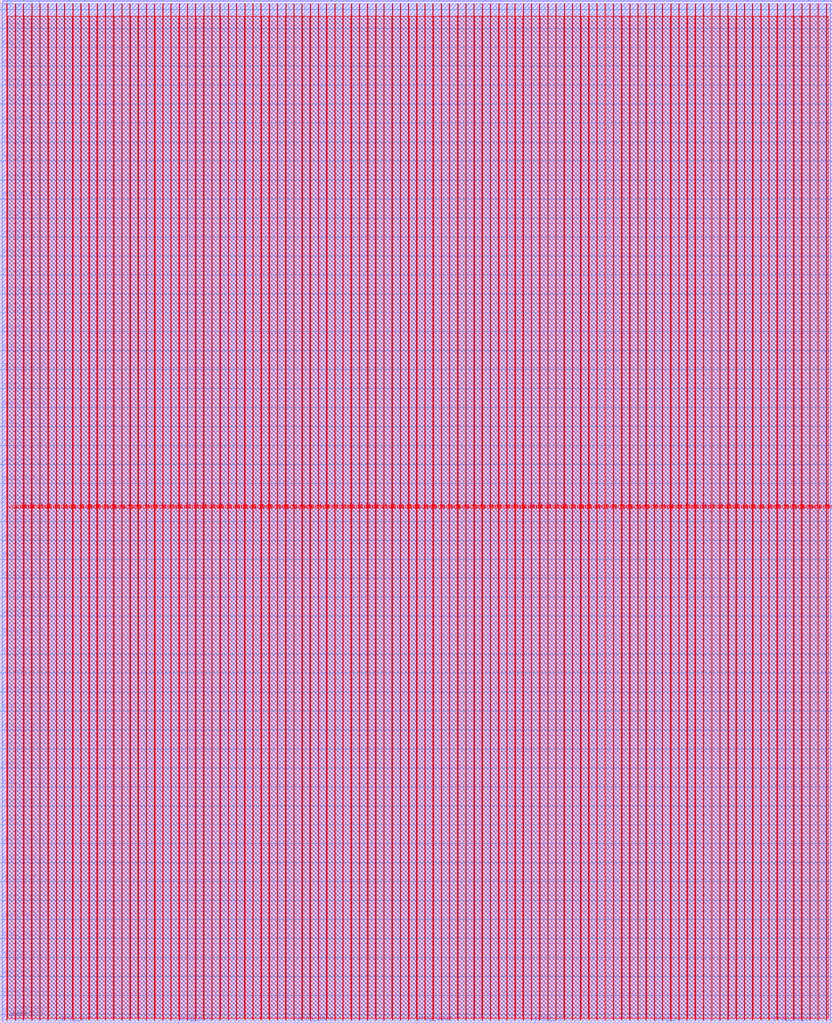
<source format=lef>
VERSION 5.7 ;
  NOWIREEXTENSIONATPIN ON ;
  DIVIDERCHAR "/" ;
  BUSBITCHARS "[]" ;
MACRO top
  CLASS BLOCK ;
  FOREIGN top ;
  ORIGIN 0.000 0.000 ;
  SIZE 2600.000 BY 3200.000 ;
  PIN ipin_x0y1_0
    DIRECTION INPUT ;
    USE SIGNAL ;
    PORT
      LAYER met3 ;
        RECT 0.000 29.280 4.000 29.880 ;
    END
  END ipin_x0y1_0
  PIN ipin_x0y1_1
    DIRECTION INPUT ;
    USE SIGNAL ;
    PORT
      LAYER met3 ;
        RECT 0.000 88.440 4.000 89.040 ;
    END
  END ipin_x0y1_1
  PIN ipin_x0y2_0
    DIRECTION INPUT ;
    USE SIGNAL ;
    PORT
      LAYER met3 ;
        RECT 0.000 147.600 4.000 148.200 ;
    END
  END ipin_x0y2_0
  PIN ipin_x0y2_1
    DIRECTION INPUT ;
    USE SIGNAL ;
    PORT
      LAYER met3 ;
        RECT 0.000 206.760 4.000 207.360 ;
    END
  END ipin_x0y2_1
  PIN ipin_x0y3_0
    DIRECTION INPUT ;
    USE SIGNAL ;
    PORT
      LAYER met3 ;
        RECT 0.000 265.920 4.000 266.520 ;
    END
  END ipin_x0y3_0
  PIN ipin_x0y3_1
    DIRECTION INPUT ;
    USE SIGNAL ;
    PORT
      LAYER met3 ;
        RECT 0.000 325.080 4.000 325.680 ;
    END
  END ipin_x0y3_1
  PIN ipin_x0y4_0
    DIRECTION INPUT ;
    USE SIGNAL ;
    PORT
      LAYER met3 ;
        RECT 0.000 384.240 4.000 384.840 ;
    END
  END ipin_x0y4_0
  PIN ipin_x0y4_1
    DIRECTION INPUT ;
    USE SIGNAL ;
    PORT
      LAYER met3 ;
        RECT 0.000 444.080 4.000 444.680 ;
    END
  END ipin_x0y4_1
  PIN ipin_x0y5_0
    DIRECTION INPUT ;
    USE SIGNAL ;
    PORT
      LAYER met3 ;
        RECT 0.000 503.240 4.000 503.840 ;
    END
  END ipin_x0y5_0
  PIN ipin_x0y5_1
    DIRECTION INPUT ;
    USE SIGNAL ;
    PORT
      LAYER met3 ;
        RECT 0.000 562.400 4.000 563.000 ;
    END
  END ipin_x0y5_1
  PIN ipin_x0y6_0
    DIRECTION INPUT ;
    USE SIGNAL ;
    PORT
      LAYER met3 ;
        RECT 0.000 621.560 4.000 622.160 ;
    END
  END ipin_x0y6_0
  PIN ipin_x0y6_1
    DIRECTION INPUT ;
    USE SIGNAL ;
    PORT
      LAYER met3 ;
        RECT 0.000 680.720 4.000 681.320 ;
    END
  END ipin_x0y6_1
  PIN ipin_x0y7_0
    DIRECTION INPUT ;
    USE SIGNAL ;
    PORT
      LAYER met3 ;
        RECT 0.000 739.880 4.000 740.480 ;
    END
  END ipin_x0y7_0
  PIN ipin_x0y7_1
    DIRECTION INPUT ;
    USE SIGNAL ;
    PORT
      LAYER met3 ;
        RECT 0.000 799.040 4.000 799.640 ;
    END
  END ipin_x0y7_1
  PIN ipin_x0y8_0
    DIRECTION INPUT ;
    USE SIGNAL ;
    PORT
      LAYER met3 ;
        RECT 0.000 858.880 4.000 859.480 ;
    END
  END ipin_x0y8_0
  PIN ipin_x0y8_1
    DIRECTION INPUT ;
    USE SIGNAL ;
    PORT
      LAYER met3 ;
        RECT 0.000 918.040 4.000 918.640 ;
    END
  END ipin_x0y8_1
  PIN ipin_x0y9_0
    DIRECTION INPUT ;
    USE SIGNAL ;
    PORT
      LAYER met3 ;
        RECT 0.000 977.200 4.000 977.800 ;
    END
  END ipin_x0y9_0
  PIN ipin_x0y9_1
    DIRECTION INPUT ;
    USE SIGNAL ;
    PORT
      LAYER met3 ;
        RECT 0.000 1036.360 4.000 1036.960 ;
    END
  END ipin_x0y9_1
  PIN ipin_x10y1_0
    DIRECTION INPUT ;
    USE SIGNAL ;
    PORT
      LAYER met3 ;
        RECT 2596.000 29.280 2600.000 29.880 ;
    END
  END ipin_x10y1_0
  PIN ipin_x10y1_1
    DIRECTION INPUT ;
    USE SIGNAL ;
    PORT
      LAYER met3 ;
        RECT 2596.000 88.440 2600.000 89.040 ;
    END
  END ipin_x10y1_1
  PIN ipin_x10y2_0
    DIRECTION INPUT ;
    USE SIGNAL ;
    PORT
      LAYER met3 ;
        RECT 2596.000 147.600 2600.000 148.200 ;
    END
  END ipin_x10y2_0
  PIN ipin_x10y2_1
    DIRECTION INPUT ;
    USE SIGNAL ;
    PORT
      LAYER met3 ;
        RECT 2596.000 206.760 2600.000 207.360 ;
    END
  END ipin_x10y2_1
  PIN ipin_x10y3_0
    DIRECTION INPUT ;
    USE SIGNAL ;
    PORT
      LAYER met3 ;
        RECT 2596.000 265.920 2600.000 266.520 ;
    END
  END ipin_x10y3_0
  PIN ipin_x10y3_1
    DIRECTION INPUT ;
    USE SIGNAL ;
    PORT
      LAYER met3 ;
        RECT 2596.000 325.080 2600.000 325.680 ;
    END
  END ipin_x10y3_1
  PIN ipin_x10y4_0
    DIRECTION INPUT ;
    USE SIGNAL ;
    PORT
      LAYER met3 ;
        RECT 2596.000 384.240 2600.000 384.840 ;
    END
  END ipin_x10y4_0
  PIN ipin_x10y4_1
    DIRECTION INPUT ;
    USE SIGNAL ;
    PORT
      LAYER met3 ;
        RECT 2596.000 444.080 2600.000 444.680 ;
    END
  END ipin_x10y4_1
  PIN ipin_x10y5_0
    DIRECTION INPUT ;
    USE SIGNAL ;
    PORT
      LAYER met3 ;
        RECT 2596.000 503.240 2600.000 503.840 ;
    END
  END ipin_x10y5_0
  PIN ipin_x10y5_1
    DIRECTION INPUT ;
    USE SIGNAL ;
    PORT
      LAYER met3 ;
        RECT 2596.000 562.400 2600.000 563.000 ;
    END
  END ipin_x10y5_1
  PIN ipin_x10y6_0
    DIRECTION INPUT ;
    USE SIGNAL ;
    PORT
      LAYER met3 ;
        RECT 2596.000 621.560 2600.000 622.160 ;
    END
  END ipin_x10y6_0
  PIN ipin_x10y6_1
    DIRECTION INPUT ;
    USE SIGNAL ;
    PORT
      LAYER met3 ;
        RECT 2596.000 680.720 2600.000 681.320 ;
    END
  END ipin_x10y6_1
  PIN ipin_x10y7_0
    DIRECTION INPUT ;
    USE SIGNAL ;
    PORT
      LAYER met3 ;
        RECT 2596.000 739.880 2600.000 740.480 ;
    END
  END ipin_x10y7_0
  PIN ipin_x10y7_1
    DIRECTION INPUT ;
    USE SIGNAL ;
    PORT
      LAYER met3 ;
        RECT 2596.000 799.040 2600.000 799.640 ;
    END
  END ipin_x10y7_1
  PIN ipin_x10y8_0
    DIRECTION INPUT ;
    USE SIGNAL ;
    PORT
      LAYER met3 ;
        RECT 2596.000 858.880 2600.000 859.480 ;
    END
  END ipin_x10y8_0
  PIN ipin_x10y8_1
    DIRECTION INPUT ;
    USE SIGNAL ;
    PORT
      LAYER met3 ;
        RECT 2596.000 918.040 2600.000 918.640 ;
    END
  END ipin_x10y8_1
  PIN ipin_x10y9_0
    DIRECTION INPUT ;
    USE SIGNAL ;
    PORT
      LAYER met3 ;
        RECT 2596.000 977.200 2600.000 977.800 ;
    END
  END ipin_x10y9_0
  PIN ipin_x10y9_1
    DIRECTION INPUT ;
    USE SIGNAL ;
    PORT
      LAYER met3 ;
        RECT 2596.000 1036.360 2600.000 1036.960 ;
    END
  END ipin_x10y9_1
  PIN ipin_x1y10_0
    DIRECTION INPUT ;
    USE SIGNAL ;
    PORT
      LAYER met2 ;
        RECT 24.010 3196.000 24.290 3200.000 ;
    END
  END ipin_x1y10_0
  PIN ipin_x1y10_1
    DIRECTION INPUT ;
    USE SIGNAL ;
    PORT
      LAYER met2 ;
        RECT 71.850 3196.000 72.130 3200.000 ;
    END
  END ipin_x1y10_1
  PIN ipin_x2y10_0
    DIRECTION INPUT ;
    USE SIGNAL ;
    PORT
      LAYER met2 ;
        RECT 120.150 3196.000 120.430 3200.000 ;
    END
  END ipin_x2y10_0
  PIN ipin_x2y10_1
    DIRECTION INPUT ;
    USE SIGNAL ;
    PORT
      LAYER met2 ;
        RECT 168.450 3196.000 168.730 3200.000 ;
    END
  END ipin_x2y10_1
  PIN ipin_x3y10_0
    DIRECTION INPUT ;
    USE SIGNAL ;
    PORT
      LAYER met2 ;
        RECT 216.290 3196.000 216.570 3200.000 ;
    END
  END ipin_x3y10_0
  PIN ipin_x3y10_1
    DIRECTION INPUT ;
    USE SIGNAL ;
    PORT
      LAYER met2 ;
        RECT 264.590 3196.000 264.870 3200.000 ;
    END
  END ipin_x3y10_1
  PIN ipin_x4y10_0
    DIRECTION INPUT ;
    USE SIGNAL ;
    PORT
      LAYER met2 ;
        RECT 312.890 3196.000 313.170 3200.000 ;
    END
  END ipin_x4y10_0
  PIN ipin_x4y10_1
    DIRECTION INPUT ;
    USE SIGNAL ;
    PORT
      LAYER met2 ;
        RECT 360.730 3196.000 361.010 3200.000 ;
    END
  END ipin_x4y10_1
  PIN ipin_x5y10_0
    DIRECTION INPUT ;
    USE SIGNAL ;
    PORT
      LAYER met2 ;
        RECT 409.030 3196.000 409.310 3200.000 ;
    END
  END ipin_x5y10_0
  PIN ipin_x5y10_1
    DIRECTION INPUT ;
    USE SIGNAL ;
    PORT
      LAYER met2 ;
        RECT 457.330 3196.000 457.610 3200.000 ;
    END
  END ipin_x5y10_1
  PIN ipin_x6y10_0
    DIRECTION INPUT ;
    USE SIGNAL ;
    PORT
      LAYER met2 ;
        RECT 505.170 3196.000 505.450 3200.000 ;
    END
  END ipin_x6y10_0
  PIN ipin_x6y10_1
    DIRECTION INPUT ;
    USE SIGNAL ;
    PORT
      LAYER met2 ;
        RECT 553.470 3196.000 553.750 3200.000 ;
    END
  END ipin_x6y10_1
  PIN ipin_x7y10_0
    DIRECTION INPUT ;
    USE SIGNAL ;
    PORT
      LAYER met2 ;
        RECT 601.770 3196.000 602.050 3200.000 ;
    END
  END ipin_x7y10_0
  PIN ipin_x7y10_1
    DIRECTION INPUT ;
    USE SIGNAL ;
    PORT
      LAYER met2 ;
        RECT 649.610 3196.000 649.890 3200.000 ;
    END
  END ipin_x7y10_1
  PIN ipin_x8y10_0
    DIRECTION INPUT ;
    USE SIGNAL ;
    PORT
      LAYER met2 ;
        RECT 697.910 3196.000 698.190 3200.000 ;
    END
  END ipin_x8y10_0
  PIN ipin_x8y10_1
    DIRECTION INPUT ;
    USE SIGNAL ;
    PORT
      LAYER met2 ;
        RECT 746.210 3196.000 746.490 3200.000 ;
    END
  END ipin_x8y10_1
  PIN ipin_x9y10_0
    DIRECTION INPUT ;
    USE SIGNAL ;
    PORT
      LAYER met2 ;
        RECT 794.050 3196.000 794.330 3200.000 ;
    END
  END ipin_x9y10_0
  PIN ipin_x9y10_1
    DIRECTION INPUT ;
    USE SIGNAL ;
    PORT
      LAYER met2 ;
        RECT 842.350 3196.000 842.630 3200.000 ;
    END
  END ipin_x9y10_1
  PIN oeb_x0y1_0
    DIRECTION OUTPUT TRISTATE ;
    USE SIGNAL ;
    PORT
      LAYER met3 ;
        RECT 0.000 2162.440 4.000 2163.040 ;
    END
  END oeb_x0y1_0
  PIN oeb_x0y1_1
    DIRECTION OUTPUT TRISTATE ;
    USE SIGNAL ;
    PORT
      LAYER met3 ;
        RECT 0.000 2221.600 4.000 2222.200 ;
    END
  END oeb_x0y1_1
  PIN oeb_x0y2_0
    DIRECTION OUTPUT TRISTATE ;
    USE SIGNAL ;
    PORT
      LAYER met3 ;
        RECT 0.000 2280.760 4.000 2281.360 ;
    END
  END oeb_x0y2_0
  PIN oeb_x0y2_1
    DIRECTION OUTPUT TRISTATE ;
    USE SIGNAL ;
    PORT
      LAYER met3 ;
        RECT 0.000 2339.920 4.000 2340.520 ;
    END
  END oeb_x0y2_1
  PIN oeb_x0y3_0
    DIRECTION OUTPUT TRISTATE ;
    USE SIGNAL ;
    PORT
      LAYER met3 ;
        RECT 0.000 2399.080 4.000 2399.680 ;
    END
  END oeb_x0y3_0
  PIN oeb_x0y3_1
    DIRECTION OUTPUT TRISTATE ;
    USE SIGNAL ;
    PORT
      LAYER met3 ;
        RECT 0.000 2458.920 4.000 2459.520 ;
    END
  END oeb_x0y3_1
  PIN oeb_x0y4_0
    DIRECTION OUTPUT TRISTATE ;
    USE SIGNAL ;
    PORT
      LAYER met3 ;
        RECT 0.000 2518.080 4.000 2518.680 ;
    END
  END oeb_x0y4_0
  PIN oeb_x0y4_1
    DIRECTION OUTPUT TRISTATE ;
    USE SIGNAL ;
    PORT
      LAYER met3 ;
        RECT 0.000 2577.240 4.000 2577.840 ;
    END
  END oeb_x0y4_1
  PIN oeb_x0y5_0
    DIRECTION OUTPUT TRISTATE ;
    USE SIGNAL ;
    PORT
      LAYER met3 ;
        RECT 0.000 2636.400 4.000 2637.000 ;
    END
  END oeb_x0y5_0
  PIN oeb_x0y5_1
    DIRECTION OUTPUT TRISTATE ;
    USE SIGNAL ;
    PORT
      LAYER met3 ;
        RECT 0.000 2695.560 4.000 2696.160 ;
    END
  END oeb_x0y5_1
  PIN oeb_x0y6_0
    DIRECTION OUTPUT TRISTATE ;
    USE SIGNAL ;
    PORT
      LAYER met3 ;
        RECT 0.000 2754.720 4.000 2755.320 ;
    END
  END oeb_x0y6_0
  PIN oeb_x0y6_1
    DIRECTION OUTPUT TRISTATE ;
    USE SIGNAL ;
    PORT
      LAYER met3 ;
        RECT 0.000 2813.880 4.000 2814.480 ;
    END
  END oeb_x0y6_1
  PIN oeb_x0y7_0
    DIRECTION OUTPUT TRISTATE ;
    USE SIGNAL ;
    PORT
      LAYER met3 ;
        RECT 0.000 2873.720 4.000 2874.320 ;
    END
  END oeb_x0y7_0
  PIN oeb_x0y7_1
    DIRECTION OUTPUT TRISTATE ;
    USE SIGNAL ;
    PORT
      LAYER met3 ;
        RECT 0.000 2932.880 4.000 2933.480 ;
    END
  END oeb_x0y7_1
  PIN oeb_x0y8_0
    DIRECTION OUTPUT TRISTATE ;
    USE SIGNAL ;
    PORT
      LAYER met3 ;
        RECT 0.000 2992.040 4.000 2992.640 ;
    END
  END oeb_x0y8_0
  PIN oeb_x0y8_1
    DIRECTION OUTPUT TRISTATE ;
    USE SIGNAL ;
    PORT
      LAYER met3 ;
        RECT 0.000 3051.200 4.000 3051.800 ;
    END
  END oeb_x0y8_1
  PIN oeb_x0y9_0
    DIRECTION OUTPUT TRISTATE ;
    USE SIGNAL ;
    PORT
      LAYER met3 ;
        RECT 0.000 3110.360 4.000 3110.960 ;
    END
  END oeb_x0y9_0
  PIN oeb_x0y9_1
    DIRECTION OUTPUT TRISTATE ;
    USE SIGNAL ;
    PORT
      LAYER met3 ;
        RECT 0.000 3169.520 4.000 3170.120 ;
    END
  END oeb_x0y9_1
  PIN oeb_x10y1_0
    DIRECTION OUTPUT TRISTATE ;
    USE SIGNAL ;
    PORT
      LAYER met3 ;
        RECT 2596.000 2162.440 2600.000 2163.040 ;
    END
  END oeb_x10y1_0
  PIN oeb_x10y1_1
    DIRECTION OUTPUT TRISTATE ;
    USE SIGNAL ;
    PORT
      LAYER met3 ;
        RECT 2596.000 2221.600 2600.000 2222.200 ;
    END
  END oeb_x10y1_1
  PIN oeb_x10y2_0
    DIRECTION OUTPUT TRISTATE ;
    USE SIGNAL ;
    PORT
      LAYER met3 ;
        RECT 2596.000 2280.760 2600.000 2281.360 ;
    END
  END oeb_x10y2_0
  PIN oeb_x10y2_1
    DIRECTION OUTPUT TRISTATE ;
    USE SIGNAL ;
    PORT
      LAYER met3 ;
        RECT 2596.000 2339.920 2600.000 2340.520 ;
    END
  END oeb_x10y2_1
  PIN oeb_x10y3_0
    DIRECTION OUTPUT TRISTATE ;
    USE SIGNAL ;
    PORT
      LAYER met3 ;
        RECT 2596.000 2399.080 2600.000 2399.680 ;
    END
  END oeb_x10y3_0
  PIN oeb_x10y3_1
    DIRECTION OUTPUT TRISTATE ;
    USE SIGNAL ;
    PORT
      LAYER met3 ;
        RECT 2596.000 2458.920 2600.000 2459.520 ;
    END
  END oeb_x10y3_1
  PIN oeb_x10y4_0
    DIRECTION OUTPUT TRISTATE ;
    USE SIGNAL ;
    PORT
      LAYER met3 ;
        RECT 2596.000 2518.080 2600.000 2518.680 ;
    END
  END oeb_x10y4_0
  PIN oeb_x10y4_1
    DIRECTION OUTPUT TRISTATE ;
    USE SIGNAL ;
    PORT
      LAYER met3 ;
        RECT 2596.000 2577.240 2600.000 2577.840 ;
    END
  END oeb_x10y4_1
  PIN oeb_x10y5_0
    DIRECTION OUTPUT TRISTATE ;
    USE SIGNAL ;
    PORT
      LAYER met3 ;
        RECT 2596.000 2636.400 2600.000 2637.000 ;
    END
  END oeb_x10y5_0
  PIN oeb_x10y5_1
    DIRECTION OUTPUT TRISTATE ;
    USE SIGNAL ;
    PORT
      LAYER met3 ;
        RECT 2596.000 2695.560 2600.000 2696.160 ;
    END
  END oeb_x10y5_1
  PIN oeb_x10y6_0
    DIRECTION OUTPUT TRISTATE ;
    USE SIGNAL ;
    PORT
      LAYER met3 ;
        RECT 2596.000 2754.720 2600.000 2755.320 ;
    END
  END oeb_x10y6_0
  PIN oeb_x10y6_1
    DIRECTION OUTPUT TRISTATE ;
    USE SIGNAL ;
    PORT
      LAYER met3 ;
        RECT 2596.000 2813.880 2600.000 2814.480 ;
    END
  END oeb_x10y6_1
  PIN oeb_x10y7_0
    DIRECTION OUTPUT TRISTATE ;
    USE SIGNAL ;
    PORT
      LAYER met3 ;
        RECT 2596.000 2873.720 2600.000 2874.320 ;
    END
  END oeb_x10y7_0
  PIN oeb_x10y7_1
    DIRECTION OUTPUT TRISTATE ;
    USE SIGNAL ;
    PORT
      LAYER met3 ;
        RECT 2596.000 2932.880 2600.000 2933.480 ;
    END
  END oeb_x10y7_1
  PIN oeb_x10y8_0
    DIRECTION OUTPUT TRISTATE ;
    USE SIGNAL ;
    PORT
      LAYER met3 ;
        RECT 2596.000 2992.040 2600.000 2992.640 ;
    END
  END oeb_x10y8_0
  PIN oeb_x10y8_1
    DIRECTION OUTPUT TRISTATE ;
    USE SIGNAL ;
    PORT
      LAYER met3 ;
        RECT 2596.000 3051.200 2600.000 3051.800 ;
    END
  END oeb_x10y8_1
  PIN oeb_x10y9_0
    DIRECTION OUTPUT TRISTATE ;
    USE SIGNAL ;
    PORT
      LAYER met3 ;
        RECT 2596.000 3110.360 2600.000 3110.960 ;
    END
  END oeb_x10y9_0
  PIN oeb_x10y9_1
    DIRECTION OUTPUT TRISTATE ;
    USE SIGNAL ;
    PORT
      LAYER met3 ;
        RECT 2596.000 3169.520 2600.000 3170.120 ;
    END
  END oeb_x10y9_1
  PIN oeb_x1y10_0
    DIRECTION OUTPUT TRISTATE ;
    USE SIGNAL ;
    PORT
      LAYER met2 ;
        RECT 1757.290 3196.000 1757.570 3200.000 ;
    END
  END oeb_x1y10_0
  PIN oeb_x1y10_1
    DIRECTION OUTPUT TRISTATE ;
    USE SIGNAL ;
    PORT
      LAYER met2 ;
        RECT 1805.130 3196.000 1805.410 3200.000 ;
    END
  END oeb_x1y10_1
  PIN oeb_x2y10_0
    DIRECTION OUTPUT TRISTATE ;
    USE SIGNAL ;
    PORT
      LAYER met2 ;
        RECT 1853.430 3196.000 1853.710 3200.000 ;
    END
  END oeb_x2y10_0
  PIN oeb_x2y10_1
    DIRECTION OUTPUT TRISTATE ;
    USE SIGNAL ;
    PORT
      LAYER met2 ;
        RECT 1901.730 3196.000 1902.010 3200.000 ;
    END
  END oeb_x2y10_1
  PIN oeb_x3y10_0
    DIRECTION OUTPUT TRISTATE ;
    USE SIGNAL ;
    PORT
      LAYER met2 ;
        RECT 1949.570 3196.000 1949.850 3200.000 ;
    END
  END oeb_x3y10_0
  PIN oeb_x3y10_1
    DIRECTION OUTPUT TRISTATE ;
    USE SIGNAL ;
    PORT
      LAYER met2 ;
        RECT 1997.870 3196.000 1998.150 3200.000 ;
    END
  END oeb_x3y10_1
  PIN oeb_x4y10_0
    DIRECTION OUTPUT TRISTATE ;
    USE SIGNAL ;
    PORT
      LAYER met2 ;
        RECT 2046.170 3196.000 2046.450 3200.000 ;
    END
  END oeb_x4y10_0
  PIN oeb_x4y10_1
    DIRECTION OUTPUT TRISTATE ;
    USE SIGNAL ;
    PORT
      LAYER met2 ;
        RECT 2094.010 3196.000 2094.290 3200.000 ;
    END
  END oeb_x4y10_1
  PIN oeb_x5y10_0
    DIRECTION OUTPUT TRISTATE ;
    USE SIGNAL ;
    PORT
      LAYER met2 ;
        RECT 2142.310 3196.000 2142.590 3200.000 ;
    END
  END oeb_x5y10_0
  PIN oeb_x5y10_1
    DIRECTION OUTPUT TRISTATE ;
    USE SIGNAL ;
    PORT
      LAYER met2 ;
        RECT 2190.610 3196.000 2190.890 3200.000 ;
    END
  END oeb_x5y10_1
  PIN oeb_x6y10_0
    DIRECTION OUTPUT TRISTATE ;
    USE SIGNAL ;
    PORT
      LAYER met2 ;
        RECT 2238.450 3196.000 2238.730 3200.000 ;
    END
  END oeb_x6y10_0
  PIN oeb_x6y10_1
    DIRECTION OUTPUT TRISTATE ;
    USE SIGNAL ;
    PORT
      LAYER met2 ;
        RECT 2286.750 3196.000 2287.030 3200.000 ;
    END
  END oeb_x6y10_1
  PIN oeb_x7y10_0
    DIRECTION OUTPUT TRISTATE ;
    USE SIGNAL ;
    PORT
      LAYER met2 ;
        RECT 2335.050 3196.000 2335.330 3200.000 ;
    END
  END oeb_x7y10_0
  PIN oeb_x7y10_1
    DIRECTION OUTPUT TRISTATE ;
    USE SIGNAL ;
    PORT
      LAYER met2 ;
        RECT 2382.890 3196.000 2383.170 3200.000 ;
    END
  END oeb_x7y10_1
  PIN oeb_x8y10_0
    DIRECTION OUTPUT TRISTATE ;
    USE SIGNAL ;
    PORT
      LAYER met2 ;
        RECT 2431.190 3196.000 2431.470 3200.000 ;
    END
  END oeb_x8y10_0
  PIN oeb_x8y10_1
    DIRECTION OUTPUT TRISTATE ;
    USE SIGNAL ;
    PORT
      LAYER met2 ;
        RECT 2479.490 3196.000 2479.770 3200.000 ;
    END
  END oeb_x8y10_1
  PIN oeb_x9y10_0
    DIRECTION OUTPUT TRISTATE ;
    USE SIGNAL ;
    PORT
      LAYER met2 ;
        RECT 2527.330 3196.000 2527.610 3200.000 ;
    END
  END oeb_x9y10_0
  PIN oeb_x9y10_1
    DIRECTION OUTPUT TRISTATE ;
    USE SIGNAL ;
    PORT
      LAYER met2 ;
        RECT 2575.630 3196.000 2575.910 3200.000 ;
    END
  END oeb_x9y10_1
  PIN opin_x0y1_0
    DIRECTION OUTPUT TRISTATE ;
    USE SIGNAL ;
    PORT
      LAYER met3 ;
        RECT 0.000 1095.520 4.000 1096.120 ;
    END
  END opin_x0y1_0
  PIN opin_x0y1_1
    DIRECTION OUTPUT TRISTATE ;
    USE SIGNAL ;
    PORT
      LAYER met3 ;
        RECT 0.000 1154.680 4.000 1155.280 ;
    END
  END opin_x0y1_1
  PIN opin_x0y2_0
    DIRECTION OUTPUT TRISTATE ;
    USE SIGNAL ;
    PORT
      LAYER met3 ;
        RECT 0.000 1213.840 4.000 1214.440 ;
    END
  END opin_x0y2_0
  PIN opin_x0y2_1
    DIRECTION OUTPUT TRISTATE ;
    USE SIGNAL ;
    PORT
      LAYER met3 ;
        RECT 0.000 1273.680 4.000 1274.280 ;
    END
  END opin_x0y2_1
  PIN opin_x0y3_0
    DIRECTION OUTPUT TRISTATE ;
    USE SIGNAL ;
    PORT
      LAYER met3 ;
        RECT 0.000 1332.840 4.000 1333.440 ;
    END
  END opin_x0y3_0
  PIN opin_x0y3_1
    DIRECTION OUTPUT TRISTATE ;
    USE SIGNAL ;
    PORT
      LAYER met3 ;
        RECT 0.000 1392.000 4.000 1392.600 ;
    END
  END opin_x0y3_1
  PIN opin_x0y4_0
    DIRECTION OUTPUT TRISTATE ;
    USE SIGNAL ;
    PORT
      LAYER met3 ;
        RECT 0.000 1451.160 4.000 1451.760 ;
    END
  END opin_x0y4_0
  PIN opin_x0y4_1
    DIRECTION OUTPUT TRISTATE ;
    USE SIGNAL ;
    PORT
      LAYER met3 ;
        RECT 0.000 1510.320 4.000 1510.920 ;
    END
  END opin_x0y4_1
  PIN opin_x0y5_0
    DIRECTION OUTPUT TRISTATE ;
    USE SIGNAL ;
    PORT
      LAYER met3 ;
        RECT 0.000 1569.480 4.000 1570.080 ;
    END
  END opin_x0y5_0
  PIN opin_x0y5_1
    DIRECTION OUTPUT TRISTATE ;
    USE SIGNAL ;
    PORT
      LAYER met3 ;
        RECT 0.000 1629.320 4.000 1629.920 ;
    END
  END opin_x0y5_1
  PIN opin_x0y6_0
    DIRECTION OUTPUT TRISTATE ;
    USE SIGNAL ;
    PORT
      LAYER met3 ;
        RECT 0.000 1688.480 4.000 1689.080 ;
    END
  END opin_x0y6_0
  PIN opin_x0y6_1
    DIRECTION OUTPUT TRISTATE ;
    USE SIGNAL ;
    PORT
      LAYER met3 ;
        RECT 0.000 1747.640 4.000 1748.240 ;
    END
  END opin_x0y6_1
  PIN opin_x0y7_0
    DIRECTION OUTPUT TRISTATE ;
    USE SIGNAL ;
    PORT
      LAYER met3 ;
        RECT 0.000 1806.800 4.000 1807.400 ;
    END
  END opin_x0y7_0
  PIN opin_x0y7_1
    DIRECTION OUTPUT TRISTATE ;
    USE SIGNAL ;
    PORT
      LAYER met3 ;
        RECT 0.000 1865.960 4.000 1866.560 ;
    END
  END opin_x0y7_1
  PIN opin_x0y8_0
    DIRECTION OUTPUT TRISTATE ;
    USE SIGNAL ;
    PORT
      LAYER met3 ;
        RECT 0.000 1925.120 4.000 1925.720 ;
    END
  END opin_x0y8_0
  PIN opin_x0y8_1
    DIRECTION OUTPUT TRISTATE ;
    USE SIGNAL ;
    PORT
      LAYER met3 ;
        RECT 0.000 1984.280 4.000 1984.880 ;
    END
  END opin_x0y8_1
  PIN opin_x0y9_0
    DIRECTION OUTPUT TRISTATE ;
    USE SIGNAL ;
    PORT
      LAYER met3 ;
        RECT 0.000 2044.120 4.000 2044.720 ;
    END
  END opin_x0y9_0
  PIN opin_x0y9_1
    DIRECTION OUTPUT TRISTATE ;
    USE SIGNAL ;
    PORT
      LAYER met3 ;
        RECT 0.000 2103.280 4.000 2103.880 ;
    END
  END opin_x0y9_1
  PIN opin_x10y1_0
    DIRECTION OUTPUT TRISTATE ;
    USE SIGNAL ;
    PORT
      LAYER met3 ;
        RECT 2596.000 1095.520 2600.000 1096.120 ;
    END
  END opin_x10y1_0
  PIN opin_x10y1_1
    DIRECTION OUTPUT TRISTATE ;
    USE SIGNAL ;
    PORT
      LAYER met3 ;
        RECT 2596.000 1154.680 2600.000 1155.280 ;
    END
  END opin_x10y1_1
  PIN opin_x10y2_0
    DIRECTION OUTPUT TRISTATE ;
    USE SIGNAL ;
    PORT
      LAYER met3 ;
        RECT 2596.000 1213.840 2600.000 1214.440 ;
    END
  END opin_x10y2_0
  PIN opin_x10y2_1
    DIRECTION OUTPUT TRISTATE ;
    USE SIGNAL ;
    PORT
      LAYER met3 ;
        RECT 2596.000 1273.680 2600.000 1274.280 ;
    END
  END opin_x10y2_1
  PIN opin_x10y3_0
    DIRECTION OUTPUT TRISTATE ;
    USE SIGNAL ;
    PORT
      LAYER met3 ;
        RECT 2596.000 1332.840 2600.000 1333.440 ;
    END
  END opin_x10y3_0
  PIN opin_x10y3_1
    DIRECTION OUTPUT TRISTATE ;
    USE SIGNAL ;
    PORT
      LAYER met3 ;
        RECT 2596.000 1392.000 2600.000 1392.600 ;
    END
  END opin_x10y3_1
  PIN opin_x10y4_0
    DIRECTION OUTPUT TRISTATE ;
    USE SIGNAL ;
    PORT
      LAYER met3 ;
        RECT 2596.000 1451.160 2600.000 1451.760 ;
    END
  END opin_x10y4_0
  PIN opin_x10y4_1
    DIRECTION OUTPUT TRISTATE ;
    USE SIGNAL ;
    PORT
      LAYER met3 ;
        RECT 2596.000 1510.320 2600.000 1510.920 ;
    END
  END opin_x10y4_1
  PIN opin_x10y5_0
    DIRECTION OUTPUT TRISTATE ;
    USE SIGNAL ;
    PORT
      LAYER met3 ;
        RECT 2596.000 1569.480 2600.000 1570.080 ;
    END
  END opin_x10y5_0
  PIN opin_x10y5_1
    DIRECTION OUTPUT TRISTATE ;
    USE SIGNAL ;
    PORT
      LAYER met3 ;
        RECT 2596.000 1629.320 2600.000 1629.920 ;
    END
  END opin_x10y5_1
  PIN opin_x10y6_0
    DIRECTION OUTPUT TRISTATE ;
    USE SIGNAL ;
    PORT
      LAYER met3 ;
        RECT 2596.000 1688.480 2600.000 1689.080 ;
    END
  END opin_x10y6_0
  PIN opin_x10y6_1
    DIRECTION OUTPUT TRISTATE ;
    USE SIGNAL ;
    PORT
      LAYER met3 ;
        RECT 2596.000 1747.640 2600.000 1748.240 ;
    END
  END opin_x10y6_1
  PIN opin_x10y7_0
    DIRECTION OUTPUT TRISTATE ;
    USE SIGNAL ;
    PORT
      LAYER met3 ;
        RECT 2596.000 1806.800 2600.000 1807.400 ;
    END
  END opin_x10y7_0
  PIN opin_x10y7_1
    DIRECTION OUTPUT TRISTATE ;
    USE SIGNAL ;
    PORT
      LAYER met3 ;
        RECT 2596.000 1865.960 2600.000 1866.560 ;
    END
  END opin_x10y7_1
  PIN opin_x10y8_0
    DIRECTION OUTPUT TRISTATE ;
    USE SIGNAL ;
    PORT
      LAYER met3 ;
        RECT 2596.000 1925.120 2600.000 1925.720 ;
    END
  END opin_x10y8_0
  PIN opin_x10y8_1
    DIRECTION OUTPUT TRISTATE ;
    USE SIGNAL ;
    PORT
      LAYER met3 ;
        RECT 2596.000 1984.280 2600.000 1984.880 ;
    END
  END opin_x10y8_1
  PIN opin_x10y9_0
    DIRECTION OUTPUT TRISTATE ;
    USE SIGNAL ;
    PORT
      LAYER met3 ;
        RECT 2596.000 2044.120 2600.000 2044.720 ;
    END
  END opin_x10y9_0
  PIN opin_x10y9_1
    DIRECTION OUTPUT TRISTATE ;
    USE SIGNAL ;
    PORT
      LAYER met3 ;
        RECT 2596.000 2103.280 2600.000 2103.880 ;
    END
  END opin_x10y9_1
  PIN opin_x1y10_0
    DIRECTION OUTPUT TRISTATE ;
    USE SIGNAL ;
    PORT
      LAYER met2 ;
        RECT 890.650 3196.000 890.930 3200.000 ;
    END
  END opin_x1y10_0
  PIN opin_x1y10_1
    DIRECTION OUTPUT TRISTATE ;
    USE SIGNAL ;
    PORT
      LAYER met2 ;
        RECT 938.490 3196.000 938.770 3200.000 ;
    END
  END opin_x1y10_1
  PIN opin_x2y10_0
    DIRECTION OUTPUT TRISTATE ;
    USE SIGNAL ;
    PORT
      LAYER met2 ;
        RECT 986.790 3196.000 987.070 3200.000 ;
    END
  END opin_x2y10_0
  PIN opin_x2y10_1
    DIRECTION OUTPUT TRISTATE ;
    USE SIGNAL ;
    PORT
      LAYER met2 ;
        RECT 1035.090 3196.000 1035.370 3200.000 ;
    END
  END opin_x2y10_1
  PIN opin_x3y10_0
    DIRECTION OUTPUT TRISTATE ;
    USE SIGNAL ;
    PORT
      LAYER met2 ;
        RECT 1082.930 3196.000 1083.210 3200.000 ;
    END
  END opin_x3y10_0
  PIN opin_x3y10_1
    DIRECTION OUTPUT TRISTATE ;
    USE SIGNAL ;
    PORT
      LAYER met2 ;
        RECT 1131.230 3196.000 1131.510 3200.000 ;
    END
  END opin_x3y10_1
  PIN opin_x4y10_0
    DIRECTION OUTPUT TRISTATE ;
    USE SIGNAL ;
    PORT
      LAYER met2 ;
        RECT 1179.530 3196.000 1179.810 3200.000 ;
    END
  END opin_x4y10_0
  PIN opin_x4y10_1
    DIRECTION OUTPUT TRISTATE ;
    USE SIGNAL ;
    PORT
      LAYER met2 ;
        RECT 1227.370 3196.000 1227.650 3200.000 ;
    END
  END opin_x4y10_1
  PIN opin_x5y10_0
    DIRECTION OUTPUT TRISTATE ;
    USE SIGNAL ;
    PORT
      LAYER met2 ;
        RECT 1275.670 3196.000 1275.950 3200.000 ;
    END
  END opin_x5y10_0
  PIN opin_x5y10_1
    DIRECTION OUTPUT TRISTATE ;
    USE SIGNAL ;
    PORT
      LAYER met2 ;
        RECT 1323.970 3196.000 1324.250 3200.000 ;
    END
  END opin_x5y10_1
  PIN opin_x6y10_0
    DIRECTION OUTPUT TRISTATE ;
    USE SIGNAL ;
    PORT
      LAYER met2 ;
        RECT 1371.810 3196.000 1372.090 3200.000 ;
    END
  END opin_x6y10_0
  PIN opin_x6y10_1
    DIRECTION OUTPUT TRISTATE ;
    USE SIGNAL ;
    PORT
      LAYER met2 ;
        RECT 1420.110 3196.000 1420.390 3200.000 ;
    END
  END opin_x6y10_1
  PIN opin_x7y10_0
    DIRECTION OUTPUT TRISTATE ;
    USE SIGNAL ;
    PORT
      LAYER met2 ;
        RECT 1468.410 3196.000 1468.690 3200.000 ;
    END
  END opin_x7y10_0
  PIN opin_x7y10_1
    DIRECTION OUTPUT TRISTATE ;
    USE SIGNAL ;
    PORT
      LAYER met2 ;
        RECT 1516.250 3196.000 1516.530 3200.000 ;
    END
  END opin_x7y10_1
  PIN opin_x8y10_0
    DIRECTION OUTPUT TRISTATE ;
    USE SIGNAL ;
    PORT
      LAYER met2 ;
        RECT 1564.550 3196.000 1564.830 3200.000 ;
    END
  END opin_x8y10_0
  PIN opin_x8y10_1
    DIRECTION OUTPUT TRISTATE ;
    USE SIGNAL ;
    PORT
      LAYER met2 ;
        RECT 1612.850 3196.000 1613.130 3200.000 ;
    END
  END opin_x8y10_1
  PIN opin_x9y10_0
    DIRECTION OUTPUT TRISTATE ;
    USE SIGNAL ;
    PORT
      LAYER met2 ;
        RECT 1660.690 3196.000 1660.970 3200.000 ;
    END
  END opin_x9y10_0
  PIN opin_x9y10_1
    DIRECTION OUTPUT TRISTATE ;
    USE SIGNAL ;
    PORT
      LAYER met2 ;
        RECT 1708.990 3196.000 1709.270 3200.000 ;
    END
  END opin_x9y10_1
  PIN prog_clk
    DIRECTION INPUT ;
    USE SIGNAL ;
    PORT
      LAYER met2 ;
        RECT 185.470 0.000 185.750 4.000 ;
    END
  END prog_clk
  PIN prog_din
    DIRECTION INPUT ;
    USE SIGNAL ;
    PORT
      LAYER met2 ;
        RECT 556.690 0.000 556.970 4.000 ;
    END
  END prog_din
  PIN prog_done
    DIRECTION INPUT ;
    USE SIGNAL ;
    PORT
      LAYER met2 ;
        RECT 927.910 0.000 928.190 4.000 ;
    END
  END prog_done
  PIN prog_dout
    DIRECTION OUTPUT TRISTATE ;
    USE SIGNAL ;
    PORT
      LAYER met2 ;
        RECT 1299.590 0.000 1299.870 4.000 ;
    END
  END prog_dout
  PIN prog_rst
    DIRECTION INPUT ;
    USE SIGNAL ;
    PORT
      LAYER met2 ;
        RECT 1670.810 0.000 1671.090 4.000 ;
    END
  END prog_rst
  PIN prog_we
    DIRECTION INPUT ;
    USE SIGNAL ;
    PORT
      LAYER met2 ;
        RECT 2042.490 0.000 2042.770 4.000 ;
    END
  END prog_we
  PIN prog_we_o
    DIRECTION OUTPUT TRISTATE ;
    USE SIGNAL ;
    PORT
      LAYER met2 ;
        RECT 2413.710 0.000 2413.990 4.000 ;
    END
  END prog_we_o
  PIN vccd1
    DIRECTION INPUT ;
    USE POWER ;
    PORT
      LAYER met4 ;
        RECT 21.040 10.640 22.640 3188.080 ;
    END
    PORT
      LAYER met4 ;
        RECT 72.240 10.640 73.840 3188.080 ;
    END
    PORT
      LAYER met4 ;
        RECT 123.440 10.640 125.040 3188.080 ;
    END
    PORT
      LAYER met4 ;
        RECT 174.640 10.640 176.240 3188.080 ;
    END
    PORT
      LAYER met4 ;
        RECT 225.840 10.640 227.440 3188.080 ;
    END
    PORT
      LAYER met4 ;
        RECT 277.040 10.640 278.640 3188.080 ;
    END
    PORT
      LAYER met4 ;
        RECT 328.240 10.640 329.840 3188.080 ;
    END
    PORT
      LAYER met4 ;
        RECT 379.440 10.640 381.040 3188.080 ;
    END
    PORT
      LAYER met4 ;
        RECT 430.640 10.640 432.240 3188.080 ;
    END
    PORT
      LAYER met4 ;
        RECT 481.840 10.640 483.440 3188.080 ;
    END
    PORT
      LAYER met4 ;
        RECT 533.040 10.640 534.640 3188.080 ;
    END
    PORT
      LAYER met4 ;
        RECT 584.240 10.640 585.840 3188.080 ;
    END
    PORT
      LAYER met4 ;
        RECT 635.440 10.640 637.040 3188.080 ;
    END
    PORT
      LAYER met4 ;
        RECT 686.640 10.640 688.240 3188.080 ;
    END
    PORT
      LAYER met4 ;
        RECT 737.840 10.640 739.440 3188.080 ;
    END
    PORT
      LAYER met4 ;
        RECT 789.040 10.640 790.640 3188.080 ;
    END
    PORT
      LAYER met4 ;
        RECT 840.240 10.640 841.840 3188.080 ;
    END
    PORT
      LAYER met4 ;
        RECT 891.440 10.640 893.040 3188.080 ;
    END
    PORT
      LAYER met4 ;
        RECT 942.640 10.640 944.240 3188.080 ;
    END
    PORT
      LAYER met4 ;
        RECT 993.840 10.640 995.440 3188.080 ;
    END
    PORT
      LAYER met4 ;
        RECT 1045.040 10.640 1046.640 3188.080 ;
    END
    PORT
      LAYER met4 ;
        RECT 1096.240 10.640 1097.840 3188.080 ;
    END
    PORT
      LAYER met4 ;
        RECT 1147.440 10.640 1149.040 3188.080 ;
    END
    PORT
      LAYER met4 ;
        RECT 1198.640 10.640 1200.240 3188.080 ;
    END
    PORT
      LAYER met4 ;
        RECT 1249.840 10.640 1251.440 3188.080 ;
    END
    PORT
      LAYER met4 ;
        RECT 1301.040 10.640 1302.640 3188.080 ;
    END
    PORT
      LAYER met4 ;
        RECT 1352.240 10.640 1353.840 3188.080 ;
    END
    PORT
      LAYER met4 ;
        RECT 1403.440 10.640 1405.040 3188.080 ;
    END
    PORT
      LAYER met4 ;
        RECT 1454.640 10.640 1456.240 3188.080 ;
    END
    PORT
      LAYER met4 ;
        RECT 1505.840 10.640 1507.440 3188.080 ;
    END
    PORT
      LAYER met4 ;
        RECT 1557.040 10.640 1558.640 3188.080 ;
    END
    PORT
      LAYER met4 ;
        RECT 1608.240 10.640 1609.840 3188.080 ;
    END
    PORT
      LAYER met4 ;
        RECT 1659.440 10.640 1661.040 3188.080 ;
    END
    PORT
      LAYER met4 ;
        RECT 1710.640 10.640 1712.240 3188.080 ;
    END
    PORT
      LAYER met4 ;
        RECT 1761.840 10.640 1763.440 3188.080 ;
    END
    PORT
      LAYER met4 ;
        RECT 1813.040 10.640 1814.640 3188.080 ;
    END
    PORT
      LAYER met4 ;
        RECT 1864.240 10.640 1865.840 3188.080 ;
    END
    PORT
      LAYER met4 ;
        RECT 1915.440 10.640 1917.040 3188.080 ;
    END
    PORT
      LAYER met4 ;
        RECT 1966.640 10.640 1968.240 3188.080 ;
    END
    PORT
      LAYER met4 ;
        RECT 2017.840 10.640 2019.440 3188.080 ;
    END
    PORT
      LAYER met4 ;
        RECT 2069.040 10.640 2070.640 3188.080 ;
    END
    PORT
      LAYER met4 ;
        RECT 2120.240 10.640 2121.840 3188.080 ;
    END
    PORT
      LAYER met4 ;
        RECT 2171.440 10.640 2173.040 3188.080 ;
    END
    PORT
      LAYER met4 ;
        RECT 2222.640 10.640 2224.240 3188.080 ;
    END
    PORT
      LAYER met4 ;
        RECT 2273.840 10.640 2275.440 3188.080 ;
    END
    PORT
      LAYER met4 ;
        RECT 2325.040 10.640 2326.640 3188.080 ;
    END
    PORT
      LAYER met4 ;
        RECT 2376.240 10.640 2377.840 3188.080 ;
    END
    PORT
      LAYER met4 ;
        RECT 2427.440 10.640 2429.040 3188.080 ;
    END
    PORT
      LAYER met4 ;
        RECT 2478.640 10.640 2480.240 3188.080 ;
    END
    PORT
      LAYER met4 ;
        RECT 2529.840 10.640 2531.440 3188.080 ;
    END
    PORT
      LAYER met4 ;
        RECT 2581.040 10.640 2582.640 3188.080 ;
    END
  END vccd1
  PIN vssd1
    DIRECTION INPUT ;
    USE GROUND ;
    PORT
      LAYER met4 ;
        RECT 46.640 10.640 48.240 3188.080 ;
    END
    PORT
      LAYER met4 ;
        RECT 97.840 10.640 99.440 3188.080 ;
    END
    PORT
      LAYER met4 ;
        RECT 149.040 10.640 150.640 3188.080 ;
    END
    PORT
      LAYER met4 ;
        RECT 200.240 10.640 201.840 3188.080 ;
    END
    PORT
      LAYER met4 ;
        RECT 251.440 10.640 253.040 3188.080 ;
    END
    PORT
      LAYER met4 ;
        RECT 302.640 10.640 304.240 3188.080 ;
    END
    PORT
      LAYER met4 ;
        RECT 353.840 10.640 355.440 3188.080 ;
    END
    PORT
      LAYER met4 ;
        RECT 405.040 10.640 406.640 3188.080 ;
    END
    PORT
      LAYER met4 ;
        RECT 456.240 10.640 457.840 3188.080 ;
    END
    PORT
      LAYER met4 ;
        RECT 507.440 10.640 509.040 3188.080 ;
    END
    PORT
      LAYER met4 ;
        RECT 558.640 10.640 560.240 3188.080 ;
    END
    PORT
      LAYER met4 ;
        RECT 609.840 10.640 611.440 3188.080 ;
    END
    PORT
      LAYER met4 ;
        RECT 661.040 10.640 662.640 3188.080 ;
    END
    PORT
      LAYER met4 ;
        RECT 712.240 10.640 713.840 3188.080 ;
    END
    PORT
      LAYER met4 ;
        RECT 763.440 10.640 765.040 3188.080 ;
    END
    PORT
      LAYER met4 ;
        RECT 814.640 10.640 816.240 3188.080 ;
    END
    PORT
      LAYER met4 ;
        RECT 865.840 10.640 867.440 3188.080 ;
    END
    PORT
      LAYER met4 ;
        RECT 917.040 10.640 918.640 3188.080 ;
    END
    PORT
      LAYER met4 ;
        RECT 968.240 10.640 969.840 3188.080 ;
    END
    PORT
      LAYER met4 ;
        RECT 1019.440 10.640 1021.040 3188.080 ;
    END
    PORT
      LAYER met4 ;
        RECT 1070.640 10.640 1072.240 3188.080 ;
    END
    PORT
      LAYER met4 ;
        RECT 1121.840 10.640 1123.440 3188.080 ;
    END
    PORT
      LAYER met4 ;
        RECT 1173.040 10.640 1174.640 3188.080 ;
    END
    PORT
      LAYER met4 ;
        RECT 1224.240 10.640 1225.840 3188.080 ;
    END
    PORT
      LAYER met4 ;
        RECT 1275.440 10.640 1277.040 3188.080 ;
    END
    PORT
      LAYER met4 ;
        RECT 1326.640 10.640 1328.240 3188.080 ;
    END
    PORT
      LAYER met4 ;
        RECT 1377.840 10.640 1379.440 3188.080 ;
    END
    PORT
      LAYER met4 ;
        RECT 1429.040 10.640 1430.640 3188.080 ;
    END
    PORT
      LAYER met4 ;
        RECT 1480.240 10.640 1481.840 3188.080 ;
    END
    PORT
      LAYER met4 ;
        RECT 1531.440 10.640 1533.040 3188.080 ;
    END
    PORT
      LAYER met4 ;
        RECT 1582.640 10.640 1584.240 3188.080 ;
    END
    PORT
      LAYER met4 ;
        RECT 1633.840 10.640 1635.440 3188.080 ;
    END
    PORT
      LAYER met4 ;
        RECT 1685.040 10.640 1686.640 3188.080 ;
    END
    PORT
      LAYER met4 ;
        RECT 1736.240 10.640 1737.840 3188.080 ;
    END
    PORT
      LAYER met4 ;
        RECT 1787.440 10.640 1789.040 3188.080 ;
    END
    PORT
      LAYER met4 ;
        RECT 1838.640 10.640 1840.240 3188.080 ;
    END
    PORT
      LAYER met4 ;
        RECT 1889.840 10.640 1891.440 3188.080 ;
    END
    PORT
      LAYER met4 ;
        RECT 1941.040 10.640 1942.640 3188.080 ;
    END
    PORT
      LAYER met4 ;
        RECT 1992.240 10.640 1993.840 3188.080 ;
    END
    PORT
      LAYER met4 ;
        RECT 2043.440 10.640 2045.040 3188.080 ;
    END
    PORT
      LAYER met4 ;
        RECT 2094.640 10.640 2096.240 3188.080 ;
    END
    PORT
      LAYER met4 ;
        RECT 2145.840 10.640 2147.440 3188.080 ;
    END
    PORT
      LAYER met4 ;
        RECT 2197.040 10.640 2198.640 3188.080 ;
    END
    PORT
      LAYER met4 ;
        RECT 2248.240 10.640 2249.840 3188.080 ;
    END
    PORT
      LAYER met4 ;
        RECT 2299.440 10.640 2301.040 3188.080 ;
    END
    PORT
      LAYER met4 ;
        RECT 2350.640 10.640 2352.240 3188.080 ;
    END
    PORT
      LAYER met4 ;
        RECT 2401.840 10.640 2403.440 3188.080 ;
    END
    PORT
      LAYER met4 ;
        RECT 2453.040 10.640 2454.640 3188.080 ;
    END
    PORT
      LAYER met4 ;
        RECT 2504.240 10.640 2505.840 3188.080 ;
    END
    PORT
      LAYER met4 ;
        RECT 2555.440 10.640 2557.040 3188.080 ;
    END
  END vssd1
  OBS
      LAYER li1 ;
        RECT 5.520 10.795 2594.400 3187.925 ;
      LAYER met1 ;
        RECT 5.520 10.640 2599.850 3188.080 ;
      LAYER met2 ;
        RECT 6.080 3195.720 23.730 3196.410 ;
        RECT 24.570 3195.720 71.570 3196.410 ;
        RECT 72.410 3195.720 119.870 3196.410 ;
        RECT 120.710 3195.720 168.170 3196.410 ;
        RECT 169.010 3195.720 216.010 3196.410 ;
        RECT 216.850 3195.720 264.310 3196.410 ;
        RECT 265.150 3195.720 312.610 3196.410 ;
        RECT 313.450 3195.720 360.450 3196.410 ;
        RECT 361.290 3195.720 408.750 3196.410 ;
        RECT 409.590 3195.720 457.050 3196.410 ;
        RECT 457.890 3195.720 504.890 3196.410 ;
        RECT 505.730 3195.720 553.190 3196.410 ;
        RECT 554.030 3195.720 601.490 3196.410 ;
        RECT 602.330 3195.720 649.330 3196.410 ;
        RECT 650.170 3195.720 697.630 3196.410 ;
        RECT 698.470 3195.720 745.930 3196.410 ;
        RECT 746.770 3195.720 793.770 3196.410 ;
        RECT 794.610 3195.720 842.070 3196.410 ;
        RECT 842.910 3195.720 890.370 3196.410 ;
        RECT 891.210 3195.720 938.210 3196.410 ;
        RECT 939.050 3195.720 986.510 3196.410 ;
        RECT 987.350 3195.720 1034.810 3196.410 ;
        RECT 1035.650 3195.720 1082.650 3196.410 ;
        RECT 1083.490 3195.720 1130.950 3196.410 ;
        RECT 1131.790 3195.720 1179.250 3196.410 ;
        RECT 1180.090 3195.720 1227.090 3196.410 ;
        RECT 1227.930 3195.720 1275.390 3196.410 ;
        RECT 1276.230 3195.720 1323.690 3196.410 ;
        RECT 1324.530 3195.720 1371.530 3196.410 ;
        RECT 1372.370 3195.720 1419.830 3196.410 ;
        RECT 1420.670 3195.720 1468.130 3196.410 ;
        RECT 1468.970 3195.720 1515.970 3196.410 ;
        RECT 1516.810 3195.720 1564.270 3196.410 ;
        RECT 1565.110 3195.720 1612.570 3196.410 ;
        RECT 1613.410 3195.720 1660.410 3196.410 ;
        RECT 1661.250 3195.720 1708.710 3196.410 ;
        RECT 1709.550 3195.720 1757.010 3196.410 ;
        RECT 1757.850 3195.720 1804.850 3196.410 ;
        RECT 1805.690 3195.720 1853.150 3196.410 ;
        RECT 1853.990 3195.720 1901.450 3196.410 ;
        RECT 1902.290 3195.720 1949.290 3196.410 ;
        RECT 1950.130 3195.720 1997.590 3196.410 ;
        RECT 1998.430 3195.720 2045.890 3196.410 ;
        RECT 2046.730 3195.720 2093.730 3196.410 ;
        RECT 2094.570 3195.720 2142.030 3196.410 ;
        RECT 2142.870 3195.720 2190.330 3196.410 ;
        RECT 2191.170 3195.720 2238.170 3196.410 ;
        RECT 2239.010 3195.720 2286.470 3196.410 ;
        RECT 2287.310 3195.720 2334.770 3196.410 ;
        RECT 2335.610 3195.720 2382.610 3196.410 ;
        RECT 2383.450 3195.720 2430.910 3196.410 ;
        RECT 2431.750 3195.720 2479.210 3196.410 ;
        RECT 2480.050 3195.720 2527.050 3196.410 ;
        RECT 2527.890 3195.720 2575.350 3196.410 ;
        RECT 2576.190 3195.720 2599.820 3196.410 ;
        RECT 6.080 4.280 2599.820 3195.720 ;
        RECT 6.080 4.000 185.190 4.280 ;
        RECT 186.030 4.000 556.410 4.280 ;
        RECT 557.250 4.000 927.630 4.280 ;
        RECT 928.470 4.000 1299.310 4.280 ;
        RECT 1300.150 4.000 1670.530 4.280 ;
        RECT 1671.370 4.000 2042.210 4.280 ;
        RECT 2043.050 4.000 2413.430 4.280 ;
        RECT 2414.270 4.000 2599.820 4.280 ;
      LAYER met3 ;
        RECT 4.000 3170.520 2596.000 3188.005 ;
        RECT 4.400 3169.120 2595.600 3170.520 ;
        RECT 4.000 3111.360 2596.000 3169.120 ;
        RECT 4.400 3109.960 2595.600 3111.360 ;
        RECT 4.000 3052.200 2596.000 3109.960 ;
        RECT 4.400 3050.800 2595.600 3052.200 ;
        RECT 4.000 2993.040 2596.000 3050.800 ;
        RECT 4.400 2991.640 2595.600 2993.040 ;
        RECT 4.000 2933.880 2596.000 2991.640 ;
        RECT 4.400 2932.480 2595.600 2933.880 ;
        RECT 4.000 2874.720 2596.000 2932.480 ;
        RECT 4.400 2873.320 2595.600 2874.720 ;
        RECT 4.000 2814.880 2596.000 2873.320 ;
        RECT 4.400 2813.480 2595.600 2814.880 ;
        RECT 4.000 2755.720 2596.000 2813.480 ;
        RECT 4.400 2754.320 2595.600 2755.720 ;
        RECT 4.000 2696.560 2596.000 2754.320 ;
        RECT 4.400 2695.160 2595.600 2696.560 ;
        RECT 4.000 2637.400 2596.000 2695.160 ;
        RECT 4.400 2636.000 2595.600 2637.400 ;
        RECT 4.000 2578.240 2596.000 2636.000 ;
        RECT 4.400 2576.840 2595.600 2578.240 ;
        RECT 4.000 2519.080 2596.000 2576.840 ;
        RECT 4.400 2517.680 2595.600 2519.080 ;
        RECT 4.000 2459.920 2596.000 2517.680 ;
        RECT 4.400 2458.520 2595.600 2459.920 ;
        RECT 4.000 2400.080 2596.000 2458.520 ;
        RECT 4.400 2398.680 2595.600 2400.080 ;
        RECT 4.000 2340.920 2596.000 2398.680 ;
        RECT 4.400 2339.520 2595.600 2340.920 ;
        RECT 4.000 2281.760 2596.000 2339.520 ;
        RECT 4.400 2280.360 2595.600 2281.760 ;
        RECT 4.000 2222.600 2596.000 2280.360 ;
        RECT 4.400 2221.200 2595.600 2222.600 ;
        RECT 4.000 2163.440 2596.000 2221.200 ;
        RECT 4.400 2162.040 2595.600 2163.440 ;
        RECT 4.000 2104.280 2596.000 2162.040 ;
        RECT 4.400 2102.880 2595.600 2104.280 ;
        RECT 4.000 2045.120 2596.000 2102.880 ;
        RECT 4.400 2043.720 2595.600 2045.120 ;
        RECT 4.000 1985.280 2596.000 2043.720 ;
        RECT 4.400 1983.880 2595.600 1985.280 ;
        RECT 4.000 1926.120 2596.000 1983.880 ;
        RECT 4.400 1924.720 2595.600 1926.120 ;
        RECT 4.000 1866.960 2596.000 1924.720 ;
        RECT 4.400 1865.560 2595.600 1866.960 ;
        RECT 4.000 1807.800 2596.000 1865.560 ;
        RECT 4.400 1806.400 2595.600 1807.800 ;
        RECT 4.000 1748.640 2596.000 1806.400 ;
        RECT 4.400 1747.240 2595.600 1748.640 ;
        RECT 4.000 1689.480 2596.000 1747.240 ;
        RECT 4.400 1688.080 2595.600 1689.480 ;
        RECT 4.000 1630.320 2596.000 1688.080 ;
        RECT 4.400 1628.920 2595.600 1630.320 ;
        RECT 4.000 1570.480 2596.000 1628.920 ;
        RECT 4.400 1569.080 2595.600 1570.480 ;
        RECT 4.000 1511.320 2596.000 1569.080 ;
        RECT 4.400 1509.920 2595.600 1511.320 ;
        RECT 4.000 1452.160 2596.000 1509.920 ;
        RECT 4.400 1450.760 2595.600 1452.160 ;
        RECT 4.000 1393.000 2596.000 1450.760 ;
        RECT 4.400 1391.600 2595.600 1393.000 ;
        RECT 4.000 1333.840 2596.000 1391.600 ;
        RECT 4.400 1332.440 2595.600 1333.840 ;
        RECT 4.000 1274.680 2596.000 1332.440 ;
        RECT 4.400 1273.280 2595.600 1274.680 ;
        RECT 4.000 1214.840 2596.000 1273.280 ;
        RECT 4.400 1213.440 2595.600 1214.840 ;
        RECT 4.000 1155.680 2596.000 1213.440 ;
        RECT 4.400 1154.280 2595.600 1155.680 ;
        RECT 4.000 1096.520 2596.000 1154.280 ;
        RECT 4.400 1095.120 2595.600 1096.520 ;
        RECT 4.000 1037.360 2596.000 1095.120 ;
        RECT 4.400 1035.960 2595.600 1037.360 ;
        RECT 4.000 978.200 2596.000 1035.960 ;
        RECT 4.400 976.800 2595.600 978.200 ;
        RECT 4.000 919.040 2596.000 976.800 ;
        RECT 4.400 917.640 2595.600 919.040 ;
        RECT 4.000 859.880 2596.000 917.640 ;
        RECT 4.400 858.480 2595.600 859.880 ;
        RECT 4.000 800.040 2596.000 858.480 ;
        RECT 4.400 798.640 2595.600 800.040 ;
        RECT 4.000 740.880 2596.000 798.640 ;
        RECT 4.400 739.480 2595.600 740.880 ;
        RECT 4.000 681.720 2596.000 739.480 ;
        RECT 4.400 680.320 2595.600 681.720 ;
        RECT 4.000 622.560 2596.000 680.320 ;
        RECT 4.400 621.160 2595.600 622.560 ;
        RECT 4.000 563.400 2596.000 621.160 ;
        RECT 4.400 562.000 2595.600 563.400 ;
        RECT 4.000 504.240 2596.000 562.000 ;
        RECT 4.400 502.840 2595.600 504.240 ;
        RECT 4.000 445.080 2596.000 502.840 ;
        RECT 4.400 443.680 2595.600 445.080 ;
        RECT 4.000 385.240 2596.000 443.680 ;
        RECT 4.400 383.840 2595.600 385.240 ;
        RECT 4.000 326.080 2596.000 383.840 ;
        RECT 4.400 324.680 2595.600 326.080 ;
        RECT 4.000 266.920 2596.000 324.680 ;
        RECT 4.400 265.520 2595.600 266.920 ;
        RECT 4.000 207.760 2596.000 265.520 ;
        RECT 4.400 206.360 2595.600 207.760 ;
        RECT 4.000 148.600 2596.000 206.360 ;
        RECT 4.400 147.200 2595.600 148.600 ;
        RECT 4.000 89.440 2596.000 147.200 ;
        RECT 4.400 88.040 2595.600 89.440 ;
        RECT 4.000 30.280 2596.000 88.040 ;
        RECT 4.400 28.880 2595.600 30.280 ;
        RECT 4.000 10.715 2596.000 28.880 ;
      LAYER met4 ;
        RECT 19.615 17.175 20.640 3148.225 ;
        RECT 23.040 17.175 46.240 3148.225 ;
        RECT 48.640 17.175 71.840 3148.225 ;
        RECT 74.240 17.175 97.440 3148.225 ;
        RECT 99.840 17.175 123.040 3148.225 ;
        RECT 125.440 17.175 148.640 3148.225 ;
        RECT 151.040 17.175 174.240 3148.225 ;
        RECT 176.640 17.175 199.840 3148.225 ;
        RECT 202.240 17.175 225.440 3148.225 ;
        RECT 227.840 17.175 251.040 3148.225 ;
        RECT 253.440 17.175 276.640 3148.225 ;
        RECT 279.040 17.175 302.240 3148.225 ;
        RECT 304.640 17.175 327.840 3148.225 ;
        RECT 330.240 17.175 353.440 3148.225 ;
        RECT 355.840 17.175 379.040 3148.225 ;
        RECT 381.440 17.175 404.640 3148.225 ;
        RECT 407.040 17.175 430.240 3148.225 ;
        RECT 432.640 17.175 455.840 3148.225 ;
        RECT 458.240 17.175 481.440 3148.225 ;
        RECT 483.840 17.175 507.040 3148.225 ;
        RECT 509.440 17.175 532.640 3148.225 ;
        RECT 535.040 17.175 558.240 3148.225 ;
        RECT 560.640 17.175 583.840 3148.225 ;
        RECT 586.240 17.175 609.440 3148.225 ;
        RECT 611.840 17.175 635.040 3148.225 ;
        RECT 637.440 17.175 660.640 3148.225 ;
        RECT 663.040 17.175 686.240 3148.225 ;
        RECT 688.640 17.175 711.840 3148.225 ;
        RECT 714.240 17.175 737.440 3148.225 ;
        RECT 739.840 17.175 763.040 3148.225 ;
        RECT 765.440 17.175 788.640 3148.225 ;
        RECT 791.040 17.175 814.240 3148.225 ;
        RECT 816.640 17.175 839.840 3148.225 ;
        RECT 842.240 17.175 865.440 3148.225 ;
        RECT 867.840 17.175 891.040 3148.225 ;
        RECT 893.440 17.175 916.640 3148.225 ;
        RECT 919.040 17.175 942.240 3148.225 ;
        RECT 944.640 17.175 967.840 3148.225 ;
        RECT 970.240 17.175 993.440 3148.225 ;
        RECT 995.840 17.175 1019.040 3148.225 ;
        RECT 1021.440 17.175 1044.640 3148.225 ;
        RECT 1047.040 17.175 1070.240 3148.225 ;
        RECT 1072.640 17.175 1095.840 3148.225 ;
        RECT 1098.240 17.175 1121.440 3148.225 ;
        RECT 1123.840 17.175 1147.040 3148.225 ;
        RECT 1149.440 17.175 1172.640 3148.225 ;
        RECT 1175.040 17.175 1198.240 3148.225 ;
        RECT 1200.640 17.175 1223.840 3148.225 ;
        RECT 1226.240 17.175 1249.440 3148.225 ;
        RECT 1251.840 17.175 1275.040 3148.225 ;
        RECT 1277.440 17.175 1300.640 3148.225 ;
        RECT 1303.040 17.175 1326.240 3148.225 ;
        RECT 1328.640 17.175 1351.840 3148.225 ;
        RECT 1354.240 17.175 1377.440 3148.225 ;
        RECT 1379.840 17.175 1403.040 3148.225 ;
        RECT 1405.440 17.175 1428.640 3148.225 ;
        RECT 1431.040 17.175 1454.240 3148.225 ;
        RECT 1456.640 17.175 1479.840 3148.225 ;
        RECT 1482.240 17.175 1505.440 3148.225 ;
        RECT 1507.840 17.175 1531.040 3148.225 ;
        RECT 1533.440 17.175 1556.640 3148.225 ;
        RECT 1559.040 17.175 1582.240 3148.225 ;
        RECT 1584.640 17.175 1607.840 3148.225 ;
        RECT 1610.240 17.175 1633.440 3148.225 ;
        RECT 1635.840 17.175 1659.040 3148.225 ;
        RECT 1661.440 17.175 1684.640 3148.225 ;
        RECT 1687.040 17.175 1710.240 3148.225 ;
        RECT 1712.640 17.175 1735.840 3148.225 ;
        RECT 1738.240 17.175 1761.440 3148.225 ;
        RECT 1763.840 17.175 1787.040 3148.225 ;
        RECT 1789.440 17.175 1812.640 3148.225 ;
        RECT 1815.040 17.175 1838.240 3148.225 ;
        RECT 1840.640 17.175 1863.840 3148.225 ;
        RECT 1866.240 17.175 1889.440 3148.225 ;
        RECT 1891.840 17.175 1915.040 3148.225 ;
        RECT 1917.440 17.175 1940.640 3148.225 ;
        RECT 1943.040 17.175 1966.240 3148.225 ;
        RECT 1968.640 17.175 1991.840 3148.225 ;
        RECT 1994.240 17.175 2017.440 3148.225 ;
        RECT 2019.840 17.175 2043.040 3148.225 ;
        RECT 2045.440 17.175 2068.640 3148.225 ;
        RECT 2071.040 17.175 2094.240 3148.225 ;
        RECT 2096.640 17.175 2119.840 3148.225 ;
        RECT 2122.240 17.175 2145.440 3148.225 ;
        RECT 2147.840 17.175 2171.040 3148.225 ;
        RECT 2173.440 17.175 2196.640 3148.225 ;
        RECT 2199.040 17.175 2222.240 3148.225 ;
        RECT 2224.640 17.175 2247.840 3148.225 ;
        RECT 2250.240 17.175 2273.440 3148.225 ;
        RECT 2275.840 17.175 2299.040 3148.225 ;
        RECT 2301.440 17.175 2324.640 3148.225 ;
        RECT 2327.040 17.175 2350.240 3148.225 ;
        RECT 2352.640 17.175 2375.840 3148.225 ;
        RECT 2378.240 17.175 2401.440 3148.225 ;
        RECT 2403.840 17.175 2427.040 3148.225 ;
        RECT 2429.440 17.175 2452.640 3148.225 ;
        RECT 2455.040 17.175 2478.240 3148.225 ;
        RECT 2480.640 17.175 2503.840 3148.225 ;
        RECT 2506.240 17.175 2529.440 3148.225 ;
        RECT 2531.840 17.175 2555.040 3148.225 ;
        RECT 2557.440 17.175 2580.640 3148.225 ;
        RECT 2583.040 17.175 2586.745 3148.225 ;
  END
END top
END LIBRARY


</source>
